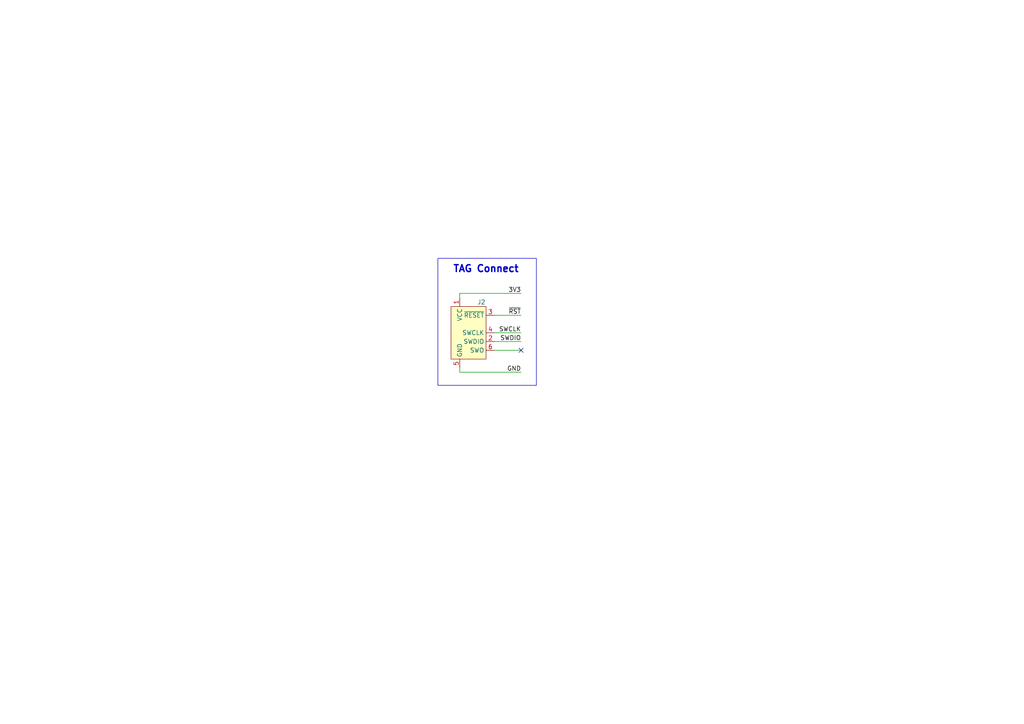
<source format=kicad_sch>
(kicad_sch (version 20250114) (generator "eeschema") (generator_version "9.0")
  (paper "A4")
  (title_block (title "RP2040") (date "2023-10-25") (rev "A") (company "MadMan"))
  (lib_symbols
    (symbol "Connector:Conn_ARM_SWD_TagConnect_TC2030-NL" (in_bom no)
      (property "Reference" "J" (at 2.54 11.43 0))
      (property "Value" "Conn_ARM_SWD_TagConnect_TC2030-NL" (at 2.54 8.89 0))
      (symbol "Conn_ARM_SWD_TagConnect_TC2030-NL_0_0"
        (pin power_in line (at -2.54 10.16 270) (length 2.54) (name "VCC") (number "1"))
        (pin power_in line (at -2.54 -10.16 90) (length 2.54) (name "GND") (number "5"))
        (pin open_collector line (at 7.62 5.08 180) (length 2.54) (name "~{RESET}") (number "3"))
        (pin output line (at 7.62 0 180) (length 2.54) (name "SWCLK") (number "4"))
        (pin bidirectional line (at 7.62 -2.54 180) (length 2.54) (name "SWDIO") (number "2"))
        (pin input line (at 7.62 -5.08 180) (length 2.54) (name "SWO") (number "6"))
      )
      (symbol "Conn_ARM_SWD_TagConnect_TC2030-NL_0_1"
        (rectangle (start -5.08 7.62) (end 5.08 -7.62) (fill (type background)))
      )
    )
  )
  (rectangle (start 127 74.93) (end 155.575 111.76))
  (text "TAG Connect" (at 140.97 78.105 0) (effects (font (size 2 2) (thickness 0.4) (bold yes))))
  (no_connect (at 151.13 101.6))
  (wire (pts (xy 143.51 99.06) (xy 151.13 99.06)))
  (wire (pts (xy 143.51 96.52) (xy 151.13 96.52)))
  (wire (pts (xy 151.13 85.09) (xy 133.35 85.09)))
  (wire (pts (xy 133.35 85.09) (xy 133.35 86.36)))
  (wire (pts (xy 151.13 107.95) (xy 133.35 107.95)))
  (wire (pts (xy 143.51 91.44) (xy 151.13 91.44)))
  (wire (pts (xy 143.51 101.6) (xy 151.13 101.6)))
  (wire (pts (xy 133.35 107.95) (xy 133.35 106.68)))
  (label "SWDIO" (at 151.13 99.06 180))
  (label "~{RST}" (at 151.13 91.44 180))
  (label "3V3" (at 151.13 85.09 180))
  (label "GND" (at 151.13 107.95 180))
  (label "SWCLK" (at 151.13 96.52 180))
  (symbol (lib_id "Connector:Conn_ARM_SWD_TagConnect_TC2030-NL") (at 135.89 96.52 0) (unit 1) (in_bom no)
    (property "Reference" "J2" (at 138.43 87.63 0) (effects (justify left)))
    (property "Value" "Conn_ARM_SWD_TagConnect_TC2030-NL" (effects (hide yes)))
    (property "Footprint" "Connector:Tag-Connect_TC2030-IDC-NL_2x03_P1.27mm_Vertical" (effects (hide yes)))
    (property "Datasheet" "https://www.tag-connect.com/wp-content/uploads/bsk-pdf-manager/TC2030-CTX_1.pdf" (effects (hide yes)))
  )
)
</source>
